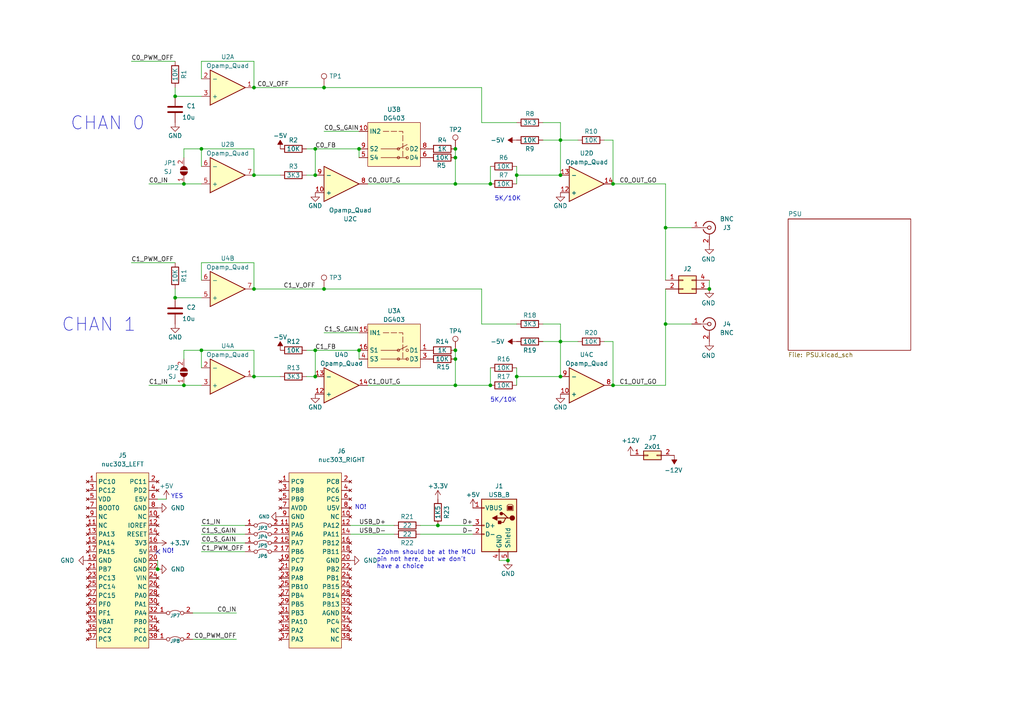
<source format=kicad_sch>
(kicad_sch (version 20230121) (generator eeschema)
  (paper "A4")
  (lib_symbols
    (symbol "Connector:Conn_Coaxial" (pin_names (offset 1.016) hide)
      (property "Reference" "J" (at 0.254 3.048 0))
      (property "Value" "Conn_Coaxial" (at 2.921 0 90))
      (symbol "Conn_Coaxial_0_1"
        (arc (start -1.778 -0.508) (mid 0.2311 -1.8066) (end 1.778 0) (stroke (width 0.254)))
        (polyline (pts (xy -2.54 0) (xy -0.508 0)))
        (polyline (pts (xy 0 -2.54) (xy 0 -1.778)))
        (circle (center 0 0) (radius 0.508) (stroke (width 0.2032)))
        (arc (start 1.778 0) (mid 0.2099 1.8101) (end -1.778 0.508) (stroke (width 0.254)))
      )
      (symbol "Conn_Coaxial_1_1"
        (pin passive line (at -5.08 0 0) (length 2.54) (name "In") (number "1"))
        (pin passive line (at 0 -5.08 90) (length 2.54) (name "Ext") (number "2"))
      )
    )
    (symbol "Connector:TestPoint" (pin_numbers hide) (pin_names (offset 0.762) hide)
      (property "Reference" "TP" (at 0 6.858 0))
      (property "Value" "TestPoint" (at 0 5.08 0))
      (symbol "TestPoint_0_1"
        (circle (center 0 3.302) (radius 0.762))
      )
      (symbol "TestPoint_1_1"
        (pin passive line (at 0 0 90) (length 2.54) (name "1") (number "1"))
      )
    )
    (symbol "Connector:USB_B" (pin_names (offset 1.016))
      (property "Reference" "J" (at -5.08 11.43 0))
      (property "Value" "USB_B" (at -5.08 8.89 0))
      (symbol "USB_B_0_1"
        (rectangle (start -5.08 -7.62) (end 5.08 7.62) (stroke (width 0.254)) (fill (type background)))
        (circle (center -3.81 2.159) (radius 0.635) (stroke (width 0.254)) (fill (type outline)))
        (rectangle (start -3.81 5.588) (end -2.54 4.572) (fill (type outline)))
        (circle (center -0.635 3.429) (radius 0.381) (stroke (width 0.254)) (fill (type outline)))
        (rectangle (start -0.127 -7.62) (end 0.127 -6.858))
        (polyline (pts (xy -1.905 2.159) (xy 0.635 2.159)) (stroke (width 0.254)))
        (polyline (pts (xy -3.175 2.159) (xy -2.54 2.159) (xy -1.27 3.429) (xy -0.635 3.429)) (stroke (width 0.254)))
        (polyline (pts (xy -2.54 2.159) (xy -1.905 2.159) (xy -1.27 0.889) (xy 0 0.889)) (stroke (width 0.254)))
        (polyline (pts (xy 0.635 2.794) (xy 0.635 1.524) (xy 1.905 2.159) (xy 0.635 2.794)) (stroke (width 0.254)) (fill (type outline)))
        (polyline (pts (xy -4.064 4.318) (xy -2.286 4.318) (xy -2.286 5.715) (xy -2.667 6.096) (xy -3.683 6.096) (xy -4.064 5.715) (xy -4.064 4.318)))
        (rectangle (start 0.254 1.27) (end -0.508 0.508) (stroke (width 0.254)) (fill (type outline)))
        (rectangle (start 5.08 -2.667) (end 4.318 -2.413))
        (rectangle (start 5.08 -0.127) (end 4.318 0.127))
        (rectangle (start 5.08 4.953) (end 4.318 5.207))
      )
      (symbol "USB_B_1_1"
        (pin power_out line (at 7.62 5.08 180) (length 2.54) (name "VBUS") (number "1"))
        (pin bidirectional line (at 7.62 -2.54 180) (length 2.54) (name "D-") (number "2"))
        (pin bidirectional line (at 7.62 0 180) (length 2.54) (name "D+") (number "3"))
        (pin power_out line (at 0 -10.16 90) (length 2.54) (name "GND") (number "4"))
        (pin passive line (at -2.54 -10.16 90) (length 2.54) (name "Shield") (number "5"))
      )
    )
    (symbol "Connector_Generic:Conn_02x01" (pin_names (offset 1.016) hide)
      (property "Reference" "J" (at 1.27 2.54 0))
      (property "Value" "Conn_02x01" (at 1.27 -2.54 0))
      (symbol "Conn_02x01_1_1"
        (rectangle (start -1.27 0.127) (end 0 -0.127) (stroke (width 0.1524)))
        (rectangle (start -1.27 1.27) (end 3.81 -1.27) (stroke (width 0.254)) (fill (type background)))
        (rectangle (start 3.81 0.127) (end 2.54 -0.127) (stroke (width 0.1524)))
        (pin passive line (at -5.08 0 0) (length 3.81) (name "Pin_1") (number "1"))
        (pin passive line (at 7.62 0 180) (length 3.81) (name "Pin_2") (number "2"))
      )
    )
    (symbol "Connector_Generic:Conn_02x02_Counter_Clockwise" (pin_names (offset 1.016) hide)
      (property "Reference" "J" (at 1.27 2.54 0))
      (property "Value" "Conn_02x02_Counter_Clockwise" (at 1.27 -5.08 0))
      (symbol "Conn_02x02_Counter_Clockwise_1_1"
        (rectangle (start -1.27 -2.413) (end 0 -2.667) (stroke (width 0.1524)))
        (rectangle (start -1.27 0.127) (end 0 -0.127) (stroke (width 0.1524)))
        (rectangle (start -1.27 1.27) (end 3.81 -3.81) (stroke (width 0.254)) (fill (type background)))
        (rectangle (start 3.81 -2.413) (end 2.54 -2.667) (stroke (width 0.1524)))
        (rectangle (start 3.81 0.127) (end 2.54 -0.127) (stroke (width 0.1524)))
        (pin passive line (at -5.08 0 0) (length 3.81) (name "Pin_1") (number "1"))
        (pin passive line (at -5.08 -2.54 0) (length 3.81) (name "Pin_2") (number "2"))
        (pin passive line (at 7.62 -2.54 180) (length 3.81) (name "Pin_3") (number "3"))
        (pin passive line (at 7.62 0 180) (length 3.81) (name "Pin_4") (number "4"))
      )
    )
    (symbol "Device:C" (pin_numbers hide) (pin_names (offset 0.254))
      (property "Reference" "C" (at 0.635 2.54 0))
      (property "Value" "C" (at 0.635 -2.54 0))
      (symbol "C_0_1"
        (polyline (pts (xy -2.032 -0.762) (xy 2.032 -0.762)) (stroke (width 0.508)))
        (polyline (pts (xy -2.032 0.762) (xy 2.032 0.762)) (stroke (width 0.508)))
      )
      (symbol "C_1_1"
        (pin passive line (at 0 3.81 270) (length 2.794) (name "~") (number "1"))
        (pin passive line (at 0 -3.81 90) (length 2.794) (name "~") (number "2"))
      )
    )
    (symbol "Device:Opamp_Quad"
      (property "Reference" "U" (at 0 5.08 0))
      (property "Value" "Opamp_Quad" (at 0 -5.08 0))
      (symbol "Opamp_Quad_1_1"
        (polyline (pts (xy -5.08 5.08) (xy 5.08 0) (xy -5.08 -5.08) (xy -5.08 5.08)) (stroke (width 0.254)) (fill (type background)))
        (pin output line (at 7.62 0 180) (length 2.54) (name "~") (number "1"))
        (pin input line (at -7.62 -2.54 0) (length 2.54) (name "-") (number "2"))
        (pin input line (at -7.62 2.54 0) (length 2.54) (name "+") (number "3"))
      )
      (symbol "Opamp_Quad_2_1"
        (polyline (pts (xy -5.08 5.08) (xy 5.08 0) (xy -5.08 -5.08) (xy -5.08 5.08)) (stroke (width 0.254)) (fill (type background)))
        (pin input line (at -7.62 2.54 0) (length 2.54) (name "+") (number "5"))
        (pin input line (at -7.62 -2.54 0) (length 2.54) (name "-") (number "6"))
        (pin output line (at 7.62 0 180) (length 2.54) (name "~") (number "7"))
      )
      (symbol "Opamp_Quad_3_1"
        (polyline (pts (xy -5.08 5.08) (xy 5.08 0) (xy -5.08 -5.08) (xy -5.08 5.08)) (stroke (width 0.254)) (fill (type background)))
        (pin input line (at -7.62 2.54 0) (length 2.54) (name "+") (number "10"))
        (pin output line (at 7.62 0 180) (length 2.54) (name "~") (number "8"))
        (pin input line (at -7.62 -2.54 0) (length 2.54) (name "-") (number "9"))
      )
      (symbol "Opamp_Quad_4_1"
        (polyline (pts (xy -5.08 5.08) (xy 5.08 0) (xy -5.08 -5.08) (xy -5.08 5.08)) (stroke (width 0.254)) (fill (type background)))
        (pin input line (at -7.62 2.54 0) (length 2.54) (name "+") (number "12"))
        (pin input line (at -7.62 -2.54 0) (length 2.54) (name "-") (number "13"))
        (pin output line (at 7.62 0 180) (length 2.54) (name "~") (number "14"))
      )
      (symbol "Opamp_Quad_5_1"
        (pin power_in line (at -2.54 -7.62 90) (length 3.81) (name "V-") (number "11"))
        (pin power_in line (at -2.54 7.62 270) (length 3.81) (name "V+") (number "4"))
      )
    )
    (symbol "Device:R" (pin_numbers hide) (pin_names (offset 0))
      (property "Reference" "R" (at 2.032 0 90))
      (property "Value" "R" (at 0 0 90))
      (symbol "R_0_1"
        (rectangle (start -1.016 -2.54) (end 1.016 2.54) (stroke (width 0.254)))
      )
      (symbol "R_1_1"
        (pin passive line (at 0 3.81 270) (length 1.27) (name "~") (number "1"))
        (pin passive line (at 0 -3.81 90) (length 1.27) (name "~") (number "2"))
      )
    )
    (symbol "Jumper:Jumper_2_Bridged" (pin_names (offset 0) hide)
      (property "Reference" "JP" (at 0 1.905 0))
      (property "Value" "Jumper_2_Bridged" (at 0 -2.54 0))
      (symbol "Jumper_2_Bridged_0_0"
        (circle (center -2.032 0) (radius 0.508))
        (circle (center 2.032 0) (radius 0.508))
      )
      (symbol "Jumper_2_Bridged_0_1"
        (arc (start 1.524 0.254) (mid 0 0.762) (end -1.524 0.254))
      )
      (symbol "Jumper_2_Bridged_1_1"
        (pin passive line (at -5.08 0 0) (length 2.54) (name "A") (number "1"))
        (pin passive line (at 5.08 0 180) (length 2.54) (name "B") (number "2"))
      )
    )
    (symbol "Jumper:SolderJumper_2_Open" (pin_names (offset 0) hide)
      (property "Reference" "JP" (at 0 2.032 0))
      (property "Value" "SolderJumper_2_Open" (at 0 -2.54 0))
      (symbol "SolderJumper_2_Open_0_1"
        (arc (start -0.254 1.016) (mid -1.2656 0) (end -0.254 -1.016))
        (arc (start -0.254 1.016) (mid -1.2656 0) (end -0.254 -1.016) (fill (type outline)))
        (polyline (pts (xy -0.254 1.016) (xy -0.254 -1.016)))
        (polyline (pts (xy 0.254 1.016) (xy 0.254 -1.016)))
        (arc (start 0.254 -1.016) (mid 1.2656 0) (end 0.254 1.016))
        (arc (start 0.254 -1.016) (mid 1.2656 0) (end 0.254 1.016) (fill (type outline)))
      )
      (symbol "SolderJumper_2_Open_1_1"
        (pin passive line (at -3.81 0 0) (length 2.54) (name "A") (number "1"))
        (pin passive line (at 3.81 0 180) (length 2.54) (name "B") (number "2"))
      )
    )
    (symbol "awg_lib:DG403"
      (property "Reference" "U" (at -1.905 1.27 0))
      (property "Value" "DG403" (at -1.27 -0.635 0))
      (symbol "DG403_1_1"
        (rectangle (start -17.78 -2.54) (end -2.54 -15.24) (fill (type background)))
        (circle (center -8.89 -12.7) (radius 0.3592))
        (circle (center -8.89 -10.16) (radius 0.3592))
        (circle (center -6.35 -12.7) (radius 0.3592))
        (circle (center -6.35 -10.16) (radius 0.3592))
        (polyline (pts (xy -13.97 -12.7) (xy -8.89 -12.7)))
        (polyline (pts (xy -13.97 -10.16) (xy -8.89 -10.16)))
        (polyline (pts (xy -8.89 -12.7) (xy -6.35 -12.7)))
        (polyline (pts (xy -8.89 -10.16) (xy -6.35 -8.89)))
        (polyline (pts (xy -13.335 -5.08) (xy -7.62 -5.08) (xy -7.62 -12.7)) (stroke (width 0) (type dash)))
        (pin input line (at 0 -10.16 180) (length 2.54) (name "D1") (number "1"))
        (pin input line (at -20.32 -5.08 0) (length 2.54) (name "IN1") (number "15"))
        (pin input line (at -20.32 -10.16 0) (length 2.54) (name "S1") (number "16"))
        (pin input line (at 0 -12.7 180) (length 2.54) (name "D3") (number "3"))
        (pin input line (at -20.32 -12.7 0) (length 2.54) (name "S3") (number "4"))
      )
      (symbol "DG403_2_1"
        (rectangle (start -7.62 -2.54) (end 7.62 -15.24) (fill (type background)))
        (polyline (pts (xy -3.81 -12.7) (xy 1.27 -12.7)))
        (polyline (pts (xy -3.81 -10.16) (xy 1.27 -10.16)))
        (polyline (pts (xy 1.27 -12.7) (xy 3.81 -12.7)))
        (polyline (pts (xy 1.27 -10.16) (xy 3.81 -8.89)))
        (polyline (pts (xy -3.175 -5.08) (xy 2.54 -5.08) (xy 2.54 -12.7)) (stroke (width 0) (type dash)))
        (circle (center 1.27 -12.7) (radius 0.3592))
        (circle (center 1.27 -10.16) (radius 0.3592))
        (circle (center 3.81 -12.7) (radius 0.3592))
        (circle (center 3.81 -10.16) (radius 0.3592))
        (pin input line (at -10.16 -5.08 0) (length 2.54) (name "IN2") (number "10"))
        (pin input line (at -10.16 -12.7 0) (length 2.54) (name "S4") (number "5"))
        (pin input line (at 10.16 -12.7 180) (length 2.54) (name "D4") (number "6"))
        (pin input line (at 10.16 -10.16 180) (length 2.54) (name "D2") (number "8"))
        (pin input line (at -10.16 -10.16 0) (length 2.54) (name "S2") (number "9"))
      )
      (symbol "DG403_3_0"
        (pin no_connect line (at 7.62 -12.7 180) (length 2.54) hide (name "NC") (number "2"))
        (pin no_connect line (at -10.16 -12.7 0) (length 2.54) hide (name "NC") (number "7"))
      )
      (symbol "DG403_3_1"
        (rectangle (start -7.62 -7.62) (end 5.08 -17.78) (fill (type background)))
        (pin power_in line (at 2.54 -5.08 270) (length 2.54) (name "V+") (number "11"))
        (pin power_in line (at -5.08 -5.08 270) (length 2.54) (name "VL") (number "12"))
        (pin power_in line (at -5.08 -20.32 90) (length 2.54) (name "GND") (number "13"))
        (pin power_in line (at 2.54 -20.32 90) (length 2.54) (name "V-") (number "14"))
      )
    )
    (symbol "awg_lib:nuc303_LEFT"
      (property "Reference" "J" (at 0 2.54 0))
      (property "Value" "nuc303_LEFT" (at 0 5.08 0))
      (symbol "nuc303_LEFT_0_0"
        (pin no_connect line (at -10.16 -2.54 0) (length 2.54) (name "PC10") (number "1"))
        (pin no_connect line (at 10.16 -12.7 180) (length 2.54) (name "NC") (number "10"))
        (pin no_connect line (at -10.16 -15.24 0) (length 2.54) (name "NC") (number "11"))
        (pin no_connect line (at 10.16 -15.24 180) (length 2.54) (name "IOREF") (number "12"))
        (pin no_connect line (at -10.16 -17.78 0) (length 2.54) (name "PA13") (number "13"))
        (pin no_connect line (at 10.16 -17.78 180) (length 2.54) (name "RESET") (number "14"))
        (pin no_connect line (at -10.16 -20.32 0) (length 2.54) (name "PA14") (number "15"))
        (pin power_out line (at 10.16 -20.32 180) (length 2.54) (name "3V3") (number "16"))
        (pin no_connect line (at -10.16 -22.86 0) (length 2.54) (name "PA15") (number "17"))
        (pin power_out line (at 10.16 -22.86 180) (length 2.54) (name "5V") (number "18"))
        (pin power_in line (at -10.16 -25.4 0) (length 2.54) (name "GND") (number "19"))
        (pin no_connect line (at 10.16 -2.54 180) (length 2.54) (name "PC11") (number "2"))
        (pin power_in line (at 10.16 -25.4 180) (length 2.54) (name "GND") (number "20"))
        (pin no_connect line (at -10.16 -27.94 0) (length 2.54) (name "PB7") (number "21"))
        (pin power_in line (at 10.16 -27.94 180) (length 2.54) (name "GND") (number "22"))
        (pin no_connect line (at -10.16 -30.48 0) (length 2.54) (name "PC13") (number "23"))
        (pin no_connect line (at 10.16 -30.48 180) (length 2.54) (name "VIN") (number "24"))
        (pin no_connect line (at -10.16 -33.02 0) (length 2.54) (name "PC14") (number "25"))
        (pin no_connect line (at 10.16 -33.02 180) (length 2.54) (name "NC") (number "26"))
        (pin no_connect line (at -10.16 -35.56 0) (length 2.54) (name "PC15") (number "27"))
        (pin no_connect line (at 10.16 -35.56 180) (length 2.54) (name "PA0") (number "28"))
        (pin no_connect line (at -10.16 -38.1 0) (length 2.54) (name "PF0") (number "29"))
        (pin no_connect line (at -10.16 -5.08 0) (length 2.54) (name "PC12") (number "3"))
        (pin no_connect line (at 10.16 -38.1 180) (length 2.54) (name "PA1") (number "30"))
        (pin no_connect line (at -10.16 -40.64 0) (length 2.54) (name "PF1") (number "31"))
        (pin output line (at 10.16 -40.64 180) (length 2.54) (name "PA4") (number "32"))
        (pin no_connect line (at -10.16 -43.18 0) (length 2.54) (name "VBAT") (number "33"))
        (pin no_connect line (at 10.16 -43.18 180) (length 2.54) (name "PB0") (number "34"))
        (pin no_connect line (at -10.16 -45.72 0) (length 2.54) (name "PC2") (number "35"))
        (pin no_connect line (at 10.16 -45.72 180) (length 2.54) (name "PC1") (number "36"))
        (pin no_connect line (at -10.16 -48.26 0) (length 2.54) (name "PC3") (number "37"))
        (pin no_connect line (at 10.16 -5.08 180) (length 2.54) (name "PD2") (number "4"))
        (pin no_connect line (at -10.16 -7.62 0) (length 2.54) (name "VDD") (number "5"))
        (pin power_in line (at 10.16 -7.62 180) (length 2.54) (name "E5V") (number "6"))
        (pin no_connect line (at -10.16 -10.16 0) (length 2.54) (name "BOOT0") (number "7"))
        (pin power_in line (at 10.16 -10.16 180) (length 2.54) (name "GND") (number "8"))
        (pin no_connect line (at -10.16 -12.7 0) (length 2.54) (name "NC") (number "9"))
      )
      (symbol "nuc303_LEFT_1_0"
        (pin output line (at 10.16 -48.26 180) (length 2.54) (name "PC0") (number "38"))
      )
      (symbol "nuc303_LEFT_1_1"
        (rectangle (start -7.62 0) (end 7.62 -50.8) (fill (type background)))
      )
    )
    (symbol "awg_lib:nuc303_RIGHT"
      (property "Reference" "J" (at 1.27 3.81 0))
      (property "Value" "nuc303_RIGHT" (at 0 7.62 0))
      (symbol "nuc303_RIGHT_0_0"
        (pin no_connect line (at -7.62 -2.54 0) (length 2.54) (name "PC9") (number "1"))
        (pin no_connect line (at 12.7 -12.7 180) (length 2.54) (name "NC") (number "10"))
        (pin no_connect line (at 12.7 -20.32 180) (length 2.54) (name "PB12") (number "16"))
        (pin no_connect line (at 12.7 -22.86 180) (length 2.54) (name "PB11") (number "18"))
        (pin no_connect line (at -7.62 -25.4 0) (length 2.54) (name "PC7") (number "19"))
        (pin no_connect line (at 12.7 -2.54 180) (length 2.54) (name "PC8") (number "2"))
        (pin power_in line (at 12.7 -25.4 180) (length 2.54) (name "GND") (number "20"))
        (pin no_connect line (at -7.62 -27.94 0) (length 2.54) (name "PA9") (number "21"))
        (pin no_connect line (at 12.7 -27.94 180) (length 2.54) (name "PB2") (number "22"))
        (pin no_connect line (at -7.62 -30.48 0) (length 2.54) (name "PA8") (number "23"))
        (pin no_connect line (at 12.7 -30.48 180) (length 2.54) (name "PB1") (number "24"))
        (pin no_connect line (at -7.62 -33.02 0) (length 2.54) (name "PB10") (number "25"))
        (pin no_connect line (at 12.7 -33.02 180) (length 2.54) (name "PB15") (number "26"))
        (pin no_connect line (at -7.62 -35.56 0) (length 2.54) (name "PB4") (number "27"))
        (pin no_connect line (at 12.7 -35.56 180) (length 2.54) (name "PB14") (number "28"))
        (pin no_connect line (at -7.62 -38.1 0) (length 2.54) (name "PB5") (number "29"))
        (pin no_connect line (at -7.62 -5.08 0) (length 2.54) (name "PB8") (number "3"))
        (pin no_connect line (at 12.7 -38.1 180) (length 2.54) (name "PB13") (number "30"))
        (pin no_connect line (at -7.62 -40.64 0) (length 2.54) (name "PB3") (number "31"))
        (pin no_connect line (at 12.7 -40.64 180) (length 2.54) (name "AGND") (number "32"))
        (pin no_connect line (at -7.62 -43.18 0) (length 2.54) (name "PA10") (number "33"))
        (pin no_connect line (at 12.7 -43.18 180) (length 2.54) (name "PC4") (number "34"))
        (pin no_connect line (at -7.62 -45.72 0) (length 2.54) (name "PA2") (number "35"))
        (pin no_connect line (at 12.7 -45.72 180) (length 2.54) (name "NC") (number "36"))
        (pin no_connect line (at -7.62 -48.26 0) (length 2.54) (name "PA3") (number "37"))
        (pin no_connect line (at 12.7 -48.26 180) (length 2.54) (name "NC") (number "38"))
        (pin no_connect line (at 12.7 -5.08 180) (length 2.54) (name "PC6") (number "4"))
        (pin no_connect line (at -7.62 -7.62 0) (length 2.54) (name "PB9") (number "5"))
        (pin no_connect line (at 12.7 -7.62 180) (length 2.54) (name "PC5") (number "6"))
        (pin no_connect line (at -7.62 -10.16 0) (length 2.54) (name "AVDD") (number "7"))
        (pin no_connect line (at 12.7 -10.16 180) (length 2.54) (name "U5V") (number "8"))
        (pin power_in line (at -7.62 -12.7 0) (length 2.54) (name "GND") (number "9"))
      )
      (symbol "nuc303_RIGHT_1_0"
        (pin output line (at -7.62 -15.24 0) (length 2.54) (name "PA5") (number "11"))
        (pin input line (at 12.7 -15.24 180) (length 2.54) (name "PA12") (number "12"))
        (pin output line (at -7.62 -17.78 0) (length 2.54) (name "PA6") (number "13"))
        (pin input line (at 12.7 -17.78 180) (length 2.54) (name "PA11") (number "14"))
        (pin output line (at -7.62 -20.32 0) (length 2.54) (name "PA7") (number "15"))
        (pin output line (at -7.62 -22.86 0) (length 2.54) (name "PB6") (number "17"))
      )
      (symbol "nuc303_RIGHT_1_1"
        (rectangle (start -5.08 0) (end 10.16 -50.8) (fill (type background)))
      )
    )
    (symbol "power:+12V" (power) (pin_names (offset 0))
      (property "Value" "+12V" (at 0 3.556 0))
      (symbol "+12V_0_1"
        (polyline (pts (xy -0.762 1.27) (xy 0 2.54)))
        (polyline (pts (xy 0 0) (xy 0 2.54)))
        (polyline (pts (xy 0 2.54) (xy 0.762 1.27)))
      )
      (symbol "+12V_1_1"
        (pin power_in line (at 0 0 90) (length 0) hide (name "+12V") (number "1"))
      )
    )
    (symbol "power:+3.3V" (power) (pin_names (offset 0))
      (property "Value" "+3.3V" (at 0 3.556 0))
      (symbol "+3.3V_0_1"
        (polyline (pts (xy -0.762 1.27) (xy 0 2.54)))
        (polyline (pts (xy 0 0) (xy 0 2.54)))
        (polyline (pts (xy 0 2.54) (xy 0.762 1.27)))
      )
      (symbol "+3.3V_1_1"
        (pin power_in line (at 0 0 90) (length 0) hide (name "+3.3V") (number "1"))
      )
    )
    (symbol "power:+5V" (power) (pin_names (offset 0))
      (property "Value" "+5V" (at 0 3.556 0))
      (symbol "+5V_0_1"
        (polyline (pts (xy -0.762 1.27) (xy 0 2.54)))
        (polyline (pts (xy 0 0) (xy 0 2.54)))
        (polyline (pts (xy 0 2.54) (xy 0.762 1.27)))
      )
      (symbol "+5V_1_1"
        (pin power_in line (at 0 0 90) (length 0) hide (name "+5V") (number "1"))
      )
    )
    (symbol "power:-12V" (power) (pin_names (offset 0))
      (property "Value" "-12V" (at 0 3.81 0))
      (symbol "-12V_0_0"
        (pin power_in line (at 0 0 90) (length 0) hide (name "-12V") (number "1"))
      )
      (symbol "-12V_0_1"
        (polyline (pts (xy 0 0) (xy 0 1.27) (xy 0.762 1.27) (xy 0 2.54) (xy -0.762 1.27) (xy 0 1.27)) (fill (type outline)))
      )
    )
    (symbol "power:-5V" (power) (pin_names (offset 0))
      (property "Value" "-5V" (at 0 3.81 0))
      (symbol "-5V_0_0"
        (pin power_in line (at 0 0 90) (length 0) hide (name "-5V") (number "1"))
      )
      (symbol "-5V_0_1"
        (polyline (pts (xy 0 0) (xy 0 1.27) (xy 0.762 1.27) (xy 0 2.54) (xy -0.762 1.27) (xy 0 1.27)) (fill (type outline)))
      )
    )
    (symbol "power:GND" (power) (pin_names (offset 0))
      (property "Value" "GND" (at 0 -3.81 0))
      (symbol "GND_0_1"
        (polyline (pts (xy 0 0) (xy 0 -1.27) (xy 1.27 -1.27) (xy 0 -2.54) (xy -1.27 -1.27) (xy 0 -1.27)))
      )
      (symbol "GND_1_1"
        (pin power_in line (at 0 0 270) (length 0) hide (name "GND") (number "1"))
      )
    )
  )
  (junction (at 162.56 99.06))
  (junction (at 53.34 111.76))
  (junction (at 91.44 43.18))
  (junction (at 50.8 27.94))
  (junction (at 177.8 111.76))
  (junction (at 91.44 101.6))
  (junction (at 205.74 83.82))
  (junction (at 132.08 111.76))
  (junction (at 162.56 109.22))
  (junction (at 93.98 83.82))
  (junction (at 132.08 101.6))
  (junction (at 193.04 66.04))
  (junction (at 162.56 50.8))
  (junction (at 91.44 109.22))
  (junction (at 50.8 86.36))
  (junction (at 73.66 25.4))
  (junction (at 91.44 50.8))
  (junction (at 93.98 25.4))
  (junction (at 149.86 50.8))
  (junction (at 127 152.4))
  (junction (at 149.86 109.22))
  (junction (at 45.72 165.1))
  (junction (at 73.66 83.82))
  (junction (at 177.8 53.34))
  (junction (at 193.04 93.98))
  (junction (at 58.42 43.18))
  (junction (at 104.14 43.18))
  (junction (at 132.08 104.14))
  (junction (at 162.56 40.64))
  (junction (at 53.34 53.34))
  (junction (at 142.24 111.76))
  (junction (at 58.42 101.6))
  (junction (at 147.32 162.56))
  (junction (at 73.66 109.22))
  (junction (at 104.14 101.6))
  (junction (at 142.24 53.34))
  (junction (at 132.08 45.72))
  (junction (at 73.66 50.8))
  (junction (at 132.08 43.18))
  (junction (at 132.08 53.34))
  (no_connect (at 45.72 160.02))
  (wire (pts (xy 50.8 86.36) (xy 58.42 86.36)))
  (wire (pts (xy 58.42 17.78) (xy 73.66 17.78)))
  (wire (pts (xy 157.48 93.98) (xy 162.56 93.98)))
  (wire (pts (xy 58.42 81.28) (xy 58.42 76.2)))
  (wire (pts (xy 53.34 43.18) (xy 58.42 43.18)))
  (wire (pts (xy 68.58 177.8) (xy 55.88 177.8)))
  (wire (pts (xy 149.86 106.68) (xy 149.86 109.22)))
  (wire (pts (xy 50.8 27.94) (xy 58.42 27.94)))
  (wire (pts (xy 53.34 101.6) (xy 58.42 101.6)))
  (wire (pts (xy 43.18 111.76) (xy 53.34 111.76)))
  (wire (pts (xy 53.34 43.18) (xy 53.34 45.72)))
  (wire (pts (xy 205.74 83.82) (xy 205.74 81.28)))
  (wire (pts (xy 58.42 43.18) (xy 73.66 43.18)))
  (wire (pts (xy 73.66 17.78) (xy 73.66 25.4)))
  (wire (pts (xy 91.44 101.6) (xy 91.44 109.22)))
  (wire (pts (xy 114.3 154.94) (xy 101.6 154.94)))
  (wire (pts (xy 73.66 43.18) (xy 73.66 50.8)))
  (wire (pts (xy 132.08 45.72) (xy 132.08 53.34)))
  (wire (pts (xy 73.66 101.6) (xy 73.66 109.22)))
  (wire (pts (xy 149.86 109.22) (xy 149.86 111.76)))
  (wire (pts (xy 73.66 25.4) (xy 93.98 25.4)))
  (wire (pts (xy 73.66 109.22) (xy 81.28 109.22)))
  (wire (pts (xy 58.42 157.48) (xy 71.12 157.48)))
  (wire (pts (xy 106.68 53.34) (xy 132.08 53.34)))
  (wire (pts (xy 162.56 35.56) (xy 162.56 40.64)))
  (wire (pts (xy 177.8 99.06) (xy 177.8 111.76)))
  (wire (pts (xy 139.7 93.98) (xy 149.86 93.98)))
  (wire (pts (xy 142.24 106.68) (xy 142.24 111.76)))
  (wire (pts (xy 162.56 93.98) (xy 162.56 99.06)))
  (wire (pts (xy 127 152.4) (xy 121.92 152.4)))
  (wire (pts (xy 58.42 152.4) (xy 71.12 152.4)))
  (wire (pts (xy 93.98 96.52) (xy 104.14 96.52)))
  (wire (pts (xy 91.44 43.18) (xy 104.14 43.18)))
  (wire (pts (xy 88.9 101.6) (xy 91.44 101.6)))
  (wire (pts (xy 50.8 25.4) (xy 50.8 27.94)))
  (wire (pts (xy 93.98 25.4) (xy 139.7 25.4)))
  (wire (pts (xy 38.1 76.2) (xy 50.8 76.2)))
  (wire (pts (xy 38.1 17.78) (xy 50.8 17.78)))
  (wire (pts (xy 88.9 43.18) (xy 91.44 43.18)))
  (wire (pts (xy 104.14 101.6) (xy 104.14 104.14)))
  (wire (pts (xy 93.98 38.1) (xy 104.14 38.1)))
  (wire (pts (xy 73.66 50.8) (xy 81.28 50.8)))
  (wire (pts (xy 147.32 162.56) (xy 144.78 162.56)))
  (wire (pts (xy 193.04 66.04) (xy 193.04 81.28)))
  (wire (pts (xy 162.56 99.06) (xy 157.48 99.06)))
  (wire (pts (xy 55.88 185.42) (xy 68.58 185.42)))
  (wire (pts (xy 58.42 154.94) (xy 71.12 154.94)))
  (wire (pts (xy 175.26 40.64) (xy 177.8 40.64)))
  (wire (pts (xy 193.04 93.98) (xy 193.04 111.76)))
  (wire (pts (xy 58.42 76.2) (xy 73.66 76.2)))
  (wire (pts (xy 139.7 83.82) (xy 139.7 93.98)))
  (wire (pts (xy 93.98 83.82) (xy 139.7 83.82)))
  (wire (pts (xy 149.86 50.8) (xy 162.56 50.8)))
  (wire (pts (xy 193.04 66.04) (xy 200.66 66.04)))
  (wire (pts (xy 50.8 83.82) (xy 50.8 86.36)))
  (wire (pts (xy 104.14 43.18) (xy 104.14 45.72)))
  (wire (pts (xy 73.66 76.2) (xy 73.66 83.82)))
  (wire (pts (xy 162.56 40.64) (xy 157.48 40.64)))
  (wire (pts (xy 177.8 40.64) (xy 177.8 53.34)))
  (wire (pts (xy 177.8 53.34) (xy 193.04 53.34)))
  (wire (pts (xy 58.42 106.68) (xy 58.42 101.6)))
  (wire (pts (xy 121.92 154.94) (xy 137.16 154.94)))
  (wire (pts (xy 139.7 25.4) (xy 139.7 35.56)))
  (wire (pts (xy 175.26 99.06) (xy 177.8 99.06)))
  (wire (pts (xy 193.04 53.34) (xy 193.04 66.04)))
  (wire (pts (xy 91.44 101.6) (xy 104.14 101.6)))
  (wire (pts (xy 132.08 104.14) (xy 132.08 111.76)))
  (wire (pts (xy 149.86 50.8) (xy 149.86 53.34)))
  (wire (pts (xy 132.08 43.18) (xy 132.08 45.72)))
  (wire (pts (xy 162.56 109.22) (xy 162.56 99.06)))
  (wire (pts (xy 162.56 109.22) (xy 149.86 109.22)))
  (wire (pts (xy 58.42 101.6) (xy 73.66 101.6)))
  (wire (pts (xy 127 152.4) (xy 137.16 152.4)))
  (wire (pts (xy 45.72 165.1) (xy 45.72 162.56)))
  (wire (pts (xy 193.04 83.82) (xy 193.04 93.98)))
  (wire (pts (xy 88.9 50.8) (xy 91.44 50.8)))
  (wire (pts (xy 142.24 48.26) (xy 142.24 53.34)))
  (wire (pts (xy 114.3 152.4) (xy 101.6 152.4)))
  (wire (pts (xy 88.9 109.22) (xy 91.44 109.22)))
  (wire (pts (xy 132.08 101.6) (xy 132.08 104.14)))
  (wire (pts (xy 43.18 53.34) (xy 53.34 53.34)))
  (wire (pts (xy 53.34 101.6) (xy 53.34 104.14)))
  (wire (pts (xy 132.08 111.76) (xy 142.24 111.76)))
  (wire (pts (xy 91.44 43.18) (xy 91.44 50.8)))
  (wire (pts (xy 200.66 93.98) (xy 193.04 93.98)))
  (wire (pts (xy 132.08 53.34) (xy 142.24 53.34)))
  (wire (pts (xy 58.42 22.86) (xy 58.42 17.78)))
  (wire (pts (xy 73.66 83.82) (xy 93.98 83.82)))
  (wire (pts (xy 48.26 144.78) (xy 45.72 144.78)))
  (wire (pts (xy 58.42 48.26) (xy 58.42 43.18)))
  (wire (pts (xy 139.7 35.56) (xy 149.86 35.56)))
  (wire (pts (xy 106.68 111.76) (xy 132.08 111.76)))
  (wire (pts (xy 58.42 160.02) (xy 71.12 160.02)))
  (wire (pts (xy 162.56 40.64) (xy 162.56 50.8)))
  (wire (pts (xy 162.56 99.06) (xy 167.64 99.06)))
  (wire (pts (xy 149.86 48.26) (xy 149.86 50.8)))
  (wire (pts (xy 162.56 40.64) (xy 167.64 40.64)))
  (wire (pts (xy 53.34 111.76) (xy 58.42 111.76)))
  (wire (pts (xy 53.34 53.34) (xy 58.42 53.34)))
  (wire (pts (xy 177.8 111.76) (xy 193.04 111.76)))
  (wire (pts (xy 157.48 35.56) (xy 162.56 35.56)))
  (text "CHAN 1" (at 17.78 96.52 0) (effects (font (size 3.81 3.81)) (justify left bottom)))
  (text "22ohm should be at the MCU\npin not here, but we don't\nhave a choice" (at 109.22 165.1 0) (effects (font (size 1.27 1.27)) (justify left bottom)))
  (text "NO!\n" (at 46.99 160.655 0) (effects (font (size 1.27 1.27)) (justify left bottom)))
  (text "YES" (at 49.53 144.78 0) (effects (font (size 1.27 1.27)) (justify left bottom)))
  (text "5K/10K" (at 149.86 116.84 0) (effects (font (size 1.27 1.27)) (justify right bottom)))
  (text "5K/10K" (at 151.13 58.42 0) (effects (font (size 1.27 1.27)) (justify right bottom)))
  (text "CHAN 0" (at 20.32 38.1 0) (effects (font (size 3.81 3.81)) (justify left bottom)))
  (text "NO!\n" (at 102.87 147.955 0) (effects (font (size 1.27 1.27)) (justify left bottom)))
  (label "C0_V_OFF" (at 83.82 25.4 180))
  (label "C0_OUT_GO" (at 190.5 53.34 180))
  (label "C0_PWM_OFF" (at 38.1 17.78 0))
  (label "C0_PWM_OFF" (at 68.58 185.42 180))
  (label "C0_IN" (at 43.18 53.34 0))
  (label "C1_IN" (at 58.42 152.4 0))
  (label "D+" (at 137.16 152.4 180))
  (label "USB_D+" (at 104.14 152.4 0))
  (label "C1_PWM_OFF" (at 58.42 160.02 0))
  (label "C1_PWM_OFF" (at 38.1 76.2 0))
  (label "C1_FB" (at 91.44 101.6 0))
  (label "C0_IN" (at 68.58 177.8 180))
  (label "C1_OUT_G" (at 106.68 111.76 0))
  (label "C0_S_GAIN" (at 93.98 38.1 0))
  (label "USB_D-" (at 104.14 154.94 0))
  (label "C1_S_GAIN" (at 58.42 154.94 0))
  (label "C1_IN" (at 43.18 111.76 0))
  (label "C0_FB" (at 91.44 43.18 0))
  (label "C1_OUT_GO" (at 190.5 111.76 180))
  (label "D-" (at 137.16 154.94 180))
  (label "C0_OUT_G" (at 106.68 53.34 0))
  (label "C1_V_OFF" (at 91.44 83.82 180))
  (label "C1_S_GAIN" (at 93.98 96.52 0))
  (label "C0_S_GAIN" (at 58.42 157.48 0))
  (symbol (lib_id "Device:Opamp_Quad") (at 170.18 111.76 0) (mirror x) (unit 3)
    (property "Reference" "U4" (at 170.18 102.87 0))
    (property "Value" "Opamp_Quad" (at 170.18 105.41 0))
    (property "Footprint" "awg_fp_lib:SOIC-14" (effects hide))
  )
  (symbol (lib_id "Device:R") (at 50.8 21.59 0) (unit 1)
    (property "Reference" "R1" (at 53.34 21.59 90))
    (property "Value" "10K" (at 50.8 21.59 90))
    (property "Footprint" "Resistor_SMD:R_0603_1608Metric" (effects hide))
  )
  (symbol (lib_id "awg_lib:nuc303_LEFT") (at 35.56 137.16 0) (unit 1)
    (property "Reference" "J5" (at 35.56 132.08 0))
    (property "Value" "nuc303_LEFT" (at 35.56 134.62 0))
    (property "Footprint" "Connector_PinHeader_2.54mm:PinHeader_2x19_P2.54mm_Vertical" (effects hide))
  )
  (symbol (lib_id "Device:R") (at 128.27 104.14 270) (mirror x) (unit 1)
    (property "Reference" "R15" (at 128.524 106.426 90))
    (property "Value" "10K" (at 128.27 104.14 90))
    (property "Footprint" "Resistor_SMD:R_0603_1608Metric" (effects hide))
  )
  (symbol (lib_id "power:GND") (at 162.56 55.88 0) (unit 1)
    (property "Reference" "#PWR01019" (effects hide))
    (property "Value" "GND" (at 164.592 59.69 0) (effects (justify right)))
  )
  (symbol (lib_id "power:GND") (at 81.28 149.86 270) (unit 1)
    (property "Reference" "#PWR01010" (effects hide))
    (property "Value" "GND" (at 78.232 149.86 90) (effects (font (size 1 1)) (justify right)))
  )
  (symbol (lib_id "Jumper:Jumper_2_Bridged") (at 76.2 157.48 0) (unit 1)
    (property "Reference" "JP5" (at 76.2 158.242 0) (effects (font (size 1 1))))
    (property "Value" "JP" (effects hide))
    (property "Footprint" "Jumper:SolderJumper-2_P1.3mm_Bridged_RoundedPad1.0x1.5mm" (effects hide))
  )
  (symbol (lib_id "Connector_Generic:Conn_02x02_Counter_Clockwise") (at 198.12 81.28 0) (unit 1)
    (property "Reference" "J2" (at 199.39 77.978 0))
    (property "Value" "02x02" (effects hide))
    (property "Footprint" "awg_fp_lib:2x02" (effects hide))
  )
  (symbol (lib_id "power:GND") (at 25.4 162.56 270) (unit 1)
    (property "Reference" "#PWR01001" (effects hide))
    (property "Value" "GND" (at 21.59 162.56 90) (effects (justify right)))
  )
  (symbol (lib_id "power:-5V") (at 81.28 43.18 0) (unit 1)
    (property "Reference" "#PWR01008" (effects hide))
    (property "Value" "-5V" (at 83.312 39.37 0) (effects (justify right)))
  )
  (symbol (lib_id "power:+5V") (at 48.26 144.78 0) (unit 1)
    (property "Reference" "#PWR01005" (effects hide))
    (property "Value" "+5V" (at 48.26 140.97 0))
  )
  (symbol (lib_id "power:GND") (at 91.44 114.3 0) (unit 1)
    (property "Reference" "#PWR01012" (effects hide))
    (property "Value" "GND" (at 93.472 118.11 0) (effects (justify right)))
  )
  (symbol (lib_id "Device:R") (at 128.27 45.72 90) (unit 1)
    (property "Reference" "R5" (at 128.016 48.006 90))
    (property "Value" "10K" (at 128.27 45.72 90))
    (property "Footprint" "Resistor_SMD:R_0603_1608Metric" (effects hide))
  )
  (symbol (lib_id "power:-5V") (at 149.86 99.06 90) (unit 1)
    (property "Reference" "#PWR01018" (effects hide))
    (property "Value" "-5V" (at 142.24 99.06 90) (effects (justify right)))
  )
  (symbol (lib_id "Device:Opamp_Quad") (at 66.04 83.82 0) (mirror x) (unit 2)
    (property "Reference" "U4" (at 66.04 74.93 0))
    (property "Value" "Opamp_Quad" (at 66.04 77.47 0))
    (property "Footprint" "awg_fp_lib:SOIC-14" (effects hide))
  )
  (symbol (lib_id "Device:R") (at 127 148.59 0) (mirror x) (unit 1)
    (property "Reference" "R23" (at 129.54 148.59 90))
    (property "Value" "1K5" (at 127 148.59 90))
    (property "Footprint" "Resistor_SMD:R_0603_1608Metric" (effects hide))
  )
  (symbol (lib_id "power:GND") (at 45.72 165.1 90) (unit 1)
    (property "Reference" "#PWR01004" (effects hide))
    (property "Value" "GND" (at 49.53 165.1 90) (effects (justify right)))
  )
  (symbol (lib_id "power:GND") (at 162.56 114.3 0) (unit 1)
    (property "Reference" "#PWR01020" (effects hide))
    (property "Value" "GND" (at 164.592 118.11 0) (effects (justify right)))
  )
  (symbol (lib_id "Device:R") (at 85.09 50.8 90) (unit 1)
    (property "Reference" "R3" (at 85.09 48.26 90))
    (property "Value" "3K3" (at 85.09 50.8 90))
    (property "Footprint" "Resistor_SMD:R_0603_1608Metric" (effects hide))
  )
  (symbol (lib_id "Device:R") (at 153.67 99.06 270) (unit 1)
    (property "Reference" "R19" (at 153.67 101.6 90))
    (property "Value" "10K" (at 153.67 99.06 90))
    (property "Footprint" "Resistor_SMD:R_0603_1608Metric" (effects hide))
  )
  (symbol (lib_id "Connector:Conn_Coaxial") (at 205.74 93.98 0) (unit 1)
    (property "Reference" "J4" (at 210.82 93.98 0))
    (property "Value" "BNC" (at 210.82 96.52 0))
    (property "Footprint" "Connector_Coaxial:BNC_Amphenol_B6252HB-NPP3G-50_Horizontal" (effects hide))
    (property "Datasheet" " ~" (effects hide))
  )
  (symbol (lib_id "power:GND") (at 205.74 99.06 0) (unit 1)
    (property "Reference" "#PWR01025" (effects hide))
    (property "Value" "GND" (at 207.518 103.124 0) (effects (justify right)))
  )
  (symbol (lib_id "Device:R") (at 85.09 109.22 90) (unit 1)
    (property "Reference" "R13" (at 85.09 106.68 90))
    (property "Value" "3K3" (at 85.09 109.22 90))
    (property "Footprint" "Resistor_SMD:R_0603_1608Metric" (effects hide))
  )
  (symbol (lib_id "power:GND") (at 205.74 83.82 0) (unit 1)
    (property "Reference" "#PWR01024" (effects hide))
    (property "Value" "GND" (at 207.518 87.884 0) (effects (justify right)))
  )
  (symbol (lib_id "power:-5V") (at 81.28 101.6 0) (unit 1)
    (property "Reference" "#PWR01009" (effects hide))
    (property "Value" "-5V" (at 83.312 97.79 0) (effects (justify right)))
  )
  (symbol (lib_id "power:GND") (at 205.74 71.12 0) (unit 1)
    (property "Reference" "#PWR01023" (effects hide))
    (property "Value" "GND" (at 207.518 75.184 0) (effects (justify right)))
  )
  (symbol (lib_id "Jumper:Jumper_2_Bridged") (at 50.8 185.42 0) (unit 1)
    (property "Reference" "JP8" (at 50.8 185.928 0) (effects (font (size 1 1))))
    (property "Value" "JP" (effects hide))
    (property "Footprint" "Jumper:SolderJumper-2_P1.3mm_Bridged_RoundedPad1.0x1.5mm" (effects hide))
  )
  (symbol (lib_id "Device:C") (at 50.8 90.17 0) (unit 1)
    (property "Reference" "C2" (at 54.102 89.154 0) (effects (justify left)))
    (property "Value" "10u" (at 52.832 92.456 0) (effects (justify left)))
    (property "Footprint" "Capacitor_SMD:C_0805_2012Metric_Pad1.18x1.45mm_HandSolder" (effects hide))
  )
  (symbol (lib_id "Device:R") (at 153.67 93.98 90) (unit 1)
    (property "Reference" "R18" (at 153.67 91.44 90))
    (property "Value" "3K3" (at 153.67 93.98 90))
    (property "Footprint" "Resistor_SMD:R_0603_1608Metric" (effects hide))
  )
  (symbol (lib_id "power:-5V") (at 149.86 40.64 90) (unit 1)
    (property "Reference" "#PWR01017" (effects hide))
    (property "Value" "-5V" (at 142.24 40.64 90) (effects (justify right)))
  )
  (symbol (lib_id "power:+12V") (at 182.88 132.08 0) (unit 1)
    (property "Reference" "#PWR01021" (effects hide))
    (property "Value" "+12V" (at 182.88 127.762 0))
  )
  (symbol (lib_id "Jumper:Jumper_2_Bridged") (at 50.8 177.8 0) (unit 1)
    (property "Reference" "JP7" (at 50.8 178.562 0) (effects (font (size 1 1))))
    (property "Value" "JP" (effects hide))
    (property "Footprint" "Jumper:SolderJumper-2_P1.3mm_Bridged_RoundedPad1.0x1.5mm" (effects hide))
  )
  (symbol (lib_id "Device:Opamp_Quad") (at 66.04 25.4 0) (mirror x) (unit 1)
    (property "Reference" "U2" (at 66.04 16.51 0))
    (property "Value" "Opamp_Quad" (at 66.04 19.05 0))
    (property "Footprint" "awg_fp_lib:SOIC-14" (effects hide))
    (property "BUY" "https://www.digikey.com/en/products/detail/onsemi/MC33274ADR2G/920884" (effects hide))
  )
  (symbol (lib_id "Connector_Generic:Conn_02x01") (at 187.96 132.08 0) (unit 1)
    (property "Reference" "J7" (at 189.23 127 0))
    (property "Value" "2x01" (at 189.23 129.54 0))
    (property "Footprint" "awg_fp_lib:1x02" (effects hide))
  )
  (symbol (lib_id "Device:R") (at 171.45 40.64 90) (unit 1)
    (property "Reference" "R10" (at 171.45 38.1 90))
    (property "Value" "10K" (at 171.45 40.64 90))
    (property "Footprint" "Resistor_SMD:R_0603_1608Metric" (effects hide))
  )
  (symbol (lib_id "Device:Opamp_Quad") (at 170.18 53.34 0) (mirror x) (unit 4)
    (property "Reference" "U2" (at 170.18 44.45 0))
    (property "Value" "Opamp_Quad" (at 170.18 46.99 0))
    (property "Footprint" "awg_fp_lib:SOIC-14" (effects hide))
    (property "BUY" "https://www.digikey.com/en/products/detail/onsemi/MC33274ADR2G/920884" (effects hide))
  )
  (symbol (lib_id "power:GND") (at 101.6 162.56 90) (unit 1)
    (property "Reference" "#PWR01013" (effects hide))
    (property "Value" "GND" (at 105.41 162.56 90) (effects (justify right)))
  )
  (symbol (lib_id "Jumper:Jumper_2_Bridged") (at 76.2 152.4 0) (unit 1)
    (property "Reference" "JP3" (at 76.2 153.162 0) (effects (font (size 1 1))))
    (property "Value" "JP" (effects hide))
    (property "Footprint" "Jumper:SolderJumper-2_P1.3mm_Bridged_RoundedPad1.0x1.5mm" (effects hide))
  )
  (symbol (lib_id "Jumper:Jumper_2_Bridged") (at 76.2 160.02 0) (unit 1)
    (property "Reference" "JP6" (at 76.2 161.29 0) (effects (font (size 1 1))))
    (property "Value" "JP" (effects hide))
    (property "Footprint" "Jumper:SolderJumper-2_P1.3mm_Bridged_RoundedPad1.0x1.5mm" (effects hide))
  )
  (symbol (lib_id "Jumper:SolderJumper_2_Open") (at 53.34 107.95 90) (unit 1)
    (property "Reference" "JP2" (at 48.26 106.68 90) (effects (justify right)))
    (property "Value" "SJ" (at 48.768 109.22 90) (effects (justify right)))
    (property "Footprint" "Jumper:SolderJumper-2_P1.3mm_Open_TrianglePad1.0x1.5mm" (effects hide))
  )
  (symbol (lib_id "Device:R") (at 146.05 106.68 90) (unit 1)
    (property "Reference" "R16" (at 146.05 104.14 90))
    (property "Value" "10K" (at 146.05 106.68 90))
    (property "Footprint" "Resistor_SMD:R_0603_1608Metric" (effects hide))
  )
  (symbol (lib_id "Connector:USB_B") (at 144.78 152.4 0) (mirror y) (unit 1)
    (property "Reference" "J1" (at 144.78 140.97 0))
    (property "Value" "USB_B" (at 144.78 143.51 0))
    (property "Footprint" "Connector_USB:USB_B_Lumberg_2411_02_Horizontal" (effects hide))
    (property "Datasheet" " ~" (effects hide))
  )
  (symbol (lib_id "Device:R") (at 50.8 80.01 0) (unit 1)
    (property "Reference" "R11" (at 53.34 80.01 90))
    (property "Value" "10K" (at 50.8 80.01 90))
    (property "Footprint" "Resistor_SMD:R_0603_1608Metric" (effects hide))
  )
  (symbol (lib_id "power:+3.3V") (at 45.72 157.48 270) (unit 1)
    (property "Reference" "#PWR01003" (effects hide))
    (property "Value" "+3.3V" (at 52.07 157.48 90))
  )
  (symbol (lib_id "Connector:Conn_Coaxial") (at 205.74 66.04 0) (unit 1)
    (property "Reference" "J3" (at 210.82 66.04 0))
    (property "Value" "BNC" (at 210.82 63.5 0))
    (property "Footprint" "Connector_Coaxial:BNC_Amphenol_B6252HB-NPP3G-50_Horizontal" (effects hide))
    (property "Datasheet" " ~" (effects hide))
  )
  (symbol (lib_id "Connector:TestPoint") (at 93.98 83.82 0) (unit 1) (in_bom no)
    (property "Reference" "TP3" (at 95.504 80.518 0) (effects (justify left)))
    (property "Value" "TestPoint" (effects hide))
    (property "Footprint" "TestPoint:TestPoint_THTPad_1.5x1.5mm_Drill0.7mm" (effects hide))
  )
  (symbol (lib_id "Device:R") (at 146.05 111.76 90) (unit 1)
    (property "Reference" "R17" (at 146.05 109.22 90))
    (property "Value" "10K" (at 146.05 111.76 90))
    (property "Footprint" "Resistor_SMD:R_0603_1608Metric" (effects hide))
  )
  (symbol (lib_id "awg_lib:DG403") (at 124.46 91.44 0) (unit 1)
    (property "Reference" "U3" (at 114.3 90.17 0))
    (property "Value" "DG403" (at 114.3 92.71 0))
    (property "Footprint" "Package_SO:TSSOP-16-1EP_4.4x5mm_P0.65mm" (effects hide))
  )
  (symbol (lib_id "Device:Opamp_Quad") (at 99.06 111.76 0) (mirror x) (unit 4)
    (property "Reference" "U4" (at 99.06 102.87 0))
    (property "Value" "Opamp_Quad" (at 99.06 105.41 0))
    (property "Footprint" "awg_fp_lib:SOIC-14" (effects hide))
  )
  (symbol (lib_id "power:+3.3V") (at 127 144.78 0) (mirror y) (unit 1)
    (property "Reference" "#PWR01014" (effects hide))
    (property "Value" "+3.3V" (at 127 140.97 0))
  )
  (symbol (lib_id "Device:R") (at 146.05 48.26 270) (mirror x) (unit 1)
    (property "Reference" "R6" (at 146.05 45.72 90))
    (property "Value" "10K" (at 146.05 48.26 90))
    (property "Footprint" "Resistor_SMD:R_0603_1608Metric" (effects hide))
    (property "BUY" "https://www.digikey.com/en/products/detail/stackpole-electronics-inc/RNCP0603FTD10K0/2240139" (effects hide))
  )
  (symbol (lib_id "awg_lib:DG403") (at 114.3 33.02 0) (unit 2)
    (property "Reference" "U3" (at 114.3 31.75 0))
    (property "Value" "DG403" (at 114.3 34.29 0))
    (property "Footprint" "Package_SO:TSSOP-16-1EP_4.4x5mm_P0.65mm" (effects hide))
  )
  (symbol (lib_id "Device:R") (at 171.45 99.06 90) (unit 1)
    (property "Reference" "R20" (at 171.45 96.52 90))
    (property "Value" "10K" (at 171.45 99.06 90))
    (property "Footprint" "Resistor_SMD:R_0603_1608Metric" (effects hide))
  )
  (symbol (lib_id "Device:C") (at 50.8 31.75 0) (unit 1)
    (property "Reference" "C1" (at 54.102 30.734 0) (effects (justify left)))
    (property "Value" "10u" (at 52.832 34.036 0) (effects (justify left)))
    (property "Footprint" "Capacitor_SMD:C_0805_2012Metric_Pad1.18x1.45mm_HandSolder" (effects hide))
  )
  (symbol (lib_id "Device:Opamp_Quad") (at 66.04 50.8 0) (mirror x) (unit 2)
    (property "Reference" "U2" (at 66.04 41.91 0))
    (property "Value" "Opamp_Quad" (at 66.04 44.45 0))
    (property "Footprint" "awg_fp_lib:SOIC-14" (effects hide))
    (property "BUY" "https://www.digikey.com/en/products/detail/onsemi/MC33274ADR2G/920884" (effects hide))
  )
  (symbol (lib_id "Device:R") (at 118.11 152.4 90) (mirror x) (unit 1)
    (property "Reference" "R21" (at 118.11 149.86 90))
    (property "Value" "22" (at 118.11 152.4 90))
    (property "Footprint" "Resistor_SMD:R_0603_1608Metric" (effects hide))
  )
  (symbol (lib_id "Device:R") (at 128.27 101.6 90) (unit 1)
    (property "Reference" "R14" (at 128.27 99.06 90))
    (property "Value" "1K" (at 128.27 101.6 90))
    (property "Footprint" "Resistor_SMD:R_0603_1608Metric" (effects hide))
  )
  (symbol (lib_id "power:GND") (at 147.32 162.56 0) (mirror y) (unit 1)
    (property "Reference" "#PWR01016" (effects hide))
    (property "Value" "GND" (at 145.288 166.37 0) (effects (justify right)))
  )
  (symbol (lib_id "power:GND") (at 45.72 147.32 90) (unit 1)
    (property "Reference" "#PWR01002" (effects hide))
    (property "Value" "GND" (at 49.53 147.32 90) (effects (justify right)))
  )
  (symbol (lib_id "Device:R") (at 153.67 40.64 270) (unit 1)
    (property "Reference" "R9" (at 153.67 43.18 90))
    (property "Value" "10K" (at 153.67 40.64 90))
    (property "Footprint" "Resistor_SMD:R_0603_1608Metric" (effects hide))
  )
  (symbol (lib_id "Device:Opamp_Quad") (at 66.04 109.22 0) (mirror x) (unit 1)
    (property "Reference" "U4" (at 66.04 100.33 0))
    (property "Value" "Opamp_Quad" (at 66.04 102.87 0))
    (property "Footprint" "awg_fp_lib:SOIC-14" (effects hide))
  )
  (symbol (lib_id "Device:R") (at 146.05 53.34 90) (unit 1)
    (property "Reference" "R7" (at 146.05 50.8 90))
    (property "Value" "10K" (at 146.05 53.34 90))
    (property "Footprint" "Resistor_SMD:R_0603_1608Metric" (effects hide))
    (property "BUY" "asdasd asd asd" (effects hide))
  )
  (symbol (lib_id "Device:R") (at 118.11 154.94 90) (mirror x) (unit 1)
    (property "Reference" "R22" (at 118.11 157.48 90))
    (property "Value" "22" (at 118.11 154.94 90))
    (property "Footprint" "Resistor_SMD:R_0603_1608Metric" (effects hide))
  )
  (symbol (lib_id "Jumper:SolderJumper_2_Open") (at 53.34 49.53 90) (unit 1)
    (property "Reference" "JP1" (at 47.498 47.244 90) (effects (justify right)))
    (property "Value" "SJ" (at 47.498 49.784 90) (effects (justify right)))
    (property "Footprint" "Jumper:SolderJumper-2_P1.3mm_Open_TrianglePad1.0x1.5mm" (effects hide))
  )
  (symbol (lib_id "Connector:TestPoint") (at 132.08 101.6 0) (unit 1) (in_bom no)
    (property "Reference" "TP4" (at 130.302 96.012 0) (effects (justify left)))
    (property "Value" "TestPoint" (effects hide))
    (property "Footprint" "TestPoint:TestPoint_THTPad_1.5x1.5mm_Drill0.7mm" (effects hide))
  )
  (symbol (lib_id "Device:R") (at 153.67 35.56 90) (unit 1)
    (property "Reference" "R8" (at 153.67 33.02 90))
    (property "Value" "3K3" (at 153.67 35.56 90))
    (property "Footprint" "Resistor_SMD:R_0603_1608Metric" (effects hide))
    (property "BUY" "https://www.digikey.com/en/products/detail/yageo/RC0603FR-103K3L/13694210" (effects hide))
  )
  (symbol (lib_id "Device:R") (at 128.27 43.18 90) (unit 1)
    (property "Reference" "R4" (at 128.27 40.64 90))
    (property "Value" "1K" (at 128.27 43.18 90))
    (property "Footprint" "Resistor_SMD:R_0603_1608Metric" (effects hide))
  )
  (symbol (lib_id "Device:Opamp_Quad") (at 99.06 53.34 0) (mirror x) (unit 3)
    (property "Reference" "U2" (at 101.6 63.5 0))
    (property "Value" "Opamp_Quad" (at 101.6 60.96 0))
    (property "Footprint" "awg_fp_lib:SOIC-14" (effects hide))
    (property "BUY" "https://www.digikey.com/en/products/detail/onsemi/MC33274ADR2G/920884" (effects hide))
  )
  (symbol (lib_id "power:GND") (at 50.8 35.56 0) (unit 1)
    (property "Reference" "#PWR01006" (effects hide))
    (property "Value" "GND" (at 52.832 39.37 0) (effects (justify right)))
  )
  (symbol (lib_id "Jumper:Jumper_2_Bridged") (at 76.2 154.94 0) (unit 1)
    (property "Reference" "JP4" (at 76.2 155.702 0) (effects (font (size 1 1))))
    (property "Value" "JP" (effects hide))
    (property "Footprint" "Jumper:SolderJumper-2_P1.3mm_Bridged_RoundedPad1.0x1.5mm" (effects hide))
  )
  (symbol (lib_id "Connector:TestPoint") (at 93.98 25.4 0) (unit 1) (in_bom no)
    (property "Reference" "TP1" (at 95.504 22.098 0) (effects (justify left)))
    (property "Value" "TestPoint" (effects hide))
    (property "Footprint" "TestPoint:TestPoint_THTPad_1.5x1.5mm_Drill0.7mm" (effects hide))
  )
  (symbol (lib_id "power:+5V") (at 137.16 147.32 0) (mirror y) (unit 1)
    (property "Reference" "#PWR01015" (effects hide))
    (property "Value" "+5V" (at 137.16 143.51 0))
  )
  (symbol (lib_id "power:GND") (at 50.8 93.98 0) (unit 1)
    (property "Reference" "#PWR01007" (effects hide))
    (property "Value" "GND" (at 52.832 97.79 0) (effects (justify right)))
  )
  (symbol (lib_id "awg_lib:nuc303_RIGHT") (at 88.9 137.16 0) (unit 1)
    (property "Reference" "J6" (at 99.06 130.81 0))
    (property "Value" "nuc303_RIGHT" (at 99.06 133.35 0))
    (property "Footprint" "Connector_PinHeader_2.54mm:PinHeader_2x19_P2.54mm_Vertical" (effects hide))
  )
  (symbol (lib_id "Device:R") (at 85.09 43.18 90) (unit 1)
    (property "Reference" "R2" (at 85.09 40.64 90))
    (property "Value" "10K" (at 85.09 43.18 90))
    (property "Footprint" "Resistor_SMD:R_0603_1608Metric" (effects hide))
  )
  (symbol (lib_id "power:-12V") (at 195.58 132.08 180) (unit 1)
    (property "Reference" "#PWR01022" (effects hide))
    (property "Value" "-12V" (at 195.326 136.398 0))
  )
  (symbol (lib_id "power:GND") (at 91.44 55.88 0) (unit 1)
    (property "Reference" "#PWR01011" (effects hide))
    (property "Value" "GND" (at 93.472 59.69 0) (effects (justify right)))
  )
  (symbol (lib_id "Device:R") (at 85.09 101.6 90) (unit 1)
    (property "Reference" "R12" (at 85.09 99.06 90))
    (property "Value" "10K" (at 85.09 101.6 90))
    (property "Footprint" "Resistor_SMD:R_0603_1608Metric" (effects hide))
  )
  (symbol (lib_id "Connector:TestPoint") (at 132.08 43.18 0) (unit 1) (in_bom no)
    (property "Reference" "TP2" (at 130.302 37.592 0) (effects (justify left)))
    (property "Value" "TestPoint" (effects hide))
    (property "Footprint" "TestPoint:TestPoint_THTPad_1.5x1.5mm_Drill0.7mm" (effects hide))
  )
  (sheet (at 228.6 63.5) (size 35.56 38.1) (stroke (width 0.1524))
    (property "Sheetname" "PSU" (at 228.6 62.7884 0) (effects (justify left bottom)))
    (property "Sheetfile" "PSU.kicad_sch" (at 228.6 102.1846 0) (effects (justify left top)))
  )
)
</source>
